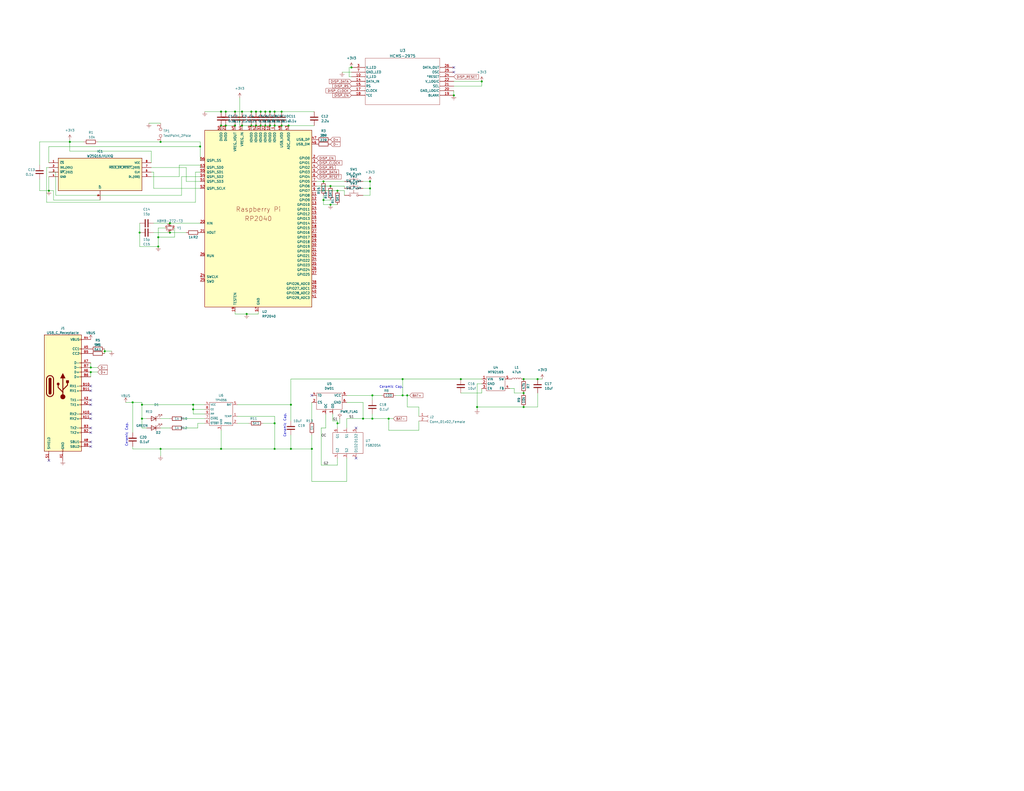
<source format=kicad_sch>
(kicad_sch (version 20211123) (generator eeschema)
  (paper "C")
  (lib_symbols
    (symbol "Connector:Conn_01x02_Female" (pin_names (offset 1.016) hide)
      (property "Reference" "J" (at 0 2.54 0))
      (property "Value" "Conn_01x02_Female" (at 0 -5.08 0))
      (symbol "Conn_01x02_Female_1_1"
        (pin passive line (at -5.08 0 0) (length 3.81) (name "Pin_1") (number "1"))
        (pin passive line (at -5.08 -2.54 0) (length 3.81) (name "Pin_2") (number "2"))
      )
    )
    (symbol "Connector:TestPoint_2Pole" (pin_names (offset 0.762) hide)
      (property "Reference" "TP" (at 0 1.524 0))
      (property "Value" "TestPoint_2Pole" (at 0 -1.778 0))
      (symbol "TestPoint_2Pole_0_1"
        (pin passive line (at -5.08 0 0) (length 2.54) (name "1") (number "1"))
        (pin passive line (at 5.08 0 180) (length 2.54) (name "2") (number "2"))
      )
    )
    (symbol "Connector:USB_C_Receptacle" (pin_names (offset 1.016))
      (property "Reference" "J" (at -10.16 29.21 0))
      (property "Value" "USB_C_Receptacle" (at 10.16 29.21 0))
      (symbol "USB_C_Receptacle_1_1"
        (pin passive line (at 0 -40.64 90) (length 5.08) (name "GND") (number "A1"))
        (pin bidirectional line (at 15.24 -15.24 180) (length 5.08) (name "RX2-") (number "A10"))
        (pin bidirectional line (at 15.24 -17.78 180) (length 5.08) (name "RX2+") (number "A11"))
        (pin passive line (at 0 -40.64 90) (length 5.08) hide (name "GND") (number "A12"))
        (pin bidirectional line (at 15.24 -10.16 180) (length 5.08) (name "TX1+") (number "A2"))
        (pin bidirectional line (at 15.24 -7.62 180) (length 5.08) (name "TX1-") (number "A3"))
        (pin passive line (at 15.24 25.4 180) (length 5.08) (name "VBUS") (number "A4"))
        (pin bidirectional line (at 15.24 20.32 180) (length 5.08) (name "CC1") (number "A5"))
        (pin bidirectional line (at 15.24 7.62 180) (length 5.08) (name "D+") (number "A6"))
        (pin bidirectional line (at 15.24 12.7 180) (length 5.08) (name "D-") (number "A7"))
        (pin bidirectional line (at 15.24 -30.48 180) (length 5.08) (name "SBU1") (number "A8"))
        (pin passive line (at 15.24 25.4 180) (length 5.08) hide (name "VBUS") (number "A9"))
        (pin passive line (at 0 -40.64 90) (length 5.08) hide (name "GND") (number "B1"))
        (pin bidirectional line (at 15.24 0 180) (length 5.08) (name "RX1-") (number "B10"))
        (pin bidirectional line (at 15.24 -2.54 180) (length 5.08) (name "RX1+") (number "B11"))
        (pin passive line (at 0 -40.64 90) (length 5.08) hide (name "GND") (number "B12"))
        (pin bidirectional line (at 15.24 -25.4 180) (length 5.08) (name "TX2+") (number "B2"))
        (pin bidirectional line (at 15.24 -22.86 180) (length 5.08) (name "TX2-") (number "B3"))
        (pin passive line (at 15.24 25.4 180) (length 5.08) hide (name "VBUS") (number "B4"))
        (pin bidirectional line (at 15.24 17.78 180) (length 5.08) (name "CC2") (number "B5"))
        (pin bidirectional line (at 15.24 5.08 180) (length 5.08) (name "D+") (number "B6"))
        (pin bidirectional line (at 15.24 10.16 180) (length 5.08) (name "D-") (number "B7"))
        (pin bidirectional line (at 15.24 -33.02 180) (length 5.08) (name "SBU2") (number "B8"))
        (pin passive line (at 15.24 25.4 180) (length 5.08) hide (name "VBUS") (number "B9"))
        (pin passive line (at -7.62 -40.64 90) (length 5.08) (name "SHIELD") (number "S1"))
      )
    )
    (symbol "Converter_DCDC:MT92165"
      (property "Reference" "U2" (at 1.27 8.89 0))
      (property "Value" "MT92165" (at 1.27 6.35 0))
      (symbol "MT92165_1_1"
        (pin input line (at -6.35 2.54 0) (length 2.54) (name "VIN") (number "1"))
        (pin input line (at -6.35 0 0) (length 2.54) (name "GND") (number "2"))
        (pin input line (at -6.35 -2.54 0) (length 2.54) (name "EN") (number "3"))
        (pin input line (at 8.89 -2.54 180) (length 2.54) (name "FB") (number "4"))
        (pin output line (at 8.89 2.54 180) (length 2.54) (name "SW") (number "5"))
      )
    )
    (symbol "Device:C" (pin_numbers hide) (pin_names (offset 0.254))
      (property "Reference" "C" (at 0.635 2.54 0))
      (property "Value" "C" (at 0.635 -2.54 0))
      (symbol "C_1_1"
        (pin passive line (at 0 3.81 270) (length 2.794) (name "~") (number "1"))
        (pin passive line (at 0 -3.81 90) (length 2.794) (name "~") (number "2"))
      )
    )
    (symbol "Device:Crystal_GND24_Small" (pin_names (offset 1.016) hide)
      (property "Reference" "Y" (at 1.27 4.445 0))
      (property "Value" "Crystal_GND24_Small" (at 1.27 2.54 0))
      (symbol "Crystal_GND24_Small_1_1"
        (pin passive line (at -2.54 0 0) (length 1.27) (name "1") (number "1"))
        (pin passive line (at 0 -2.54 90) (length 0.635) (name "2") (number "2"))
        (pin passive line (at 2.54 0 180) (length 1.27) (name "3") (number "3"))
        (pin passive line (at 0 2.54 270) (length 0.635) (name "4") (number "4"))
      )
    )
    (symbol "Device:L" (pin_numbers hide) (pin_names (offset 1.016) hide)
      (property "Reference" "L" (at -1.27 0 90))
      (property "Value" "L" (at 1.905 0 90))
      (symbol "L_1_1"
        (pin passive line (at 0 3.81 270) (length 1.27) (name "1") (number "1"))
        (pin passive line (at 0 -3.81 90) (length 1.27) (name "2") (number "2"))
      )
    )
    (symbol "Device:LED" (pin_numbers hide) (pin_names (offset 1.016) hide)
      (property "Reference" "D" (at 0 2.54 0))
      (property "Value" "LED" (at 0 -2.54 0))
      (symbol "LED_1_1"
        (pin passive line (at -3.81 0 0) (length 2.54) (name "K") (number "1"))
        (pin passive line (at 3.81 0 180) (length 2.54) (name "A") (number "2"))
      )
    )
    (symbol "Device:R" (pin_numbers hide) (pin_names (offset 0))
      (property "Reference" "R" (at 2.032 0 90))
      (property "Value" "R" (at 0 0 90))
      (symbol "R_1_1"
        (pin passive line (at 0 3.81 270) (length 1.27) (name "~") (number "1"))
        (pin passive line (at 0 -3.81 90) (length 1.27) (name "~") (number "2"))
      )
    )
    (symbol "Display_Character:HCMS-2975" (pin_names (offset 0.254))
      (property "Reference" "U" (at 27.94 10.16 0))
      (property "Value" "HCMS-2975" (at 27.94 7.62 0))
      (symbol "HCMS-2975_0_1"
        (pin power_in line (at 0 -5.08 0) (length 7.62) (name "V_LED") (number "10"))
        (pin input line (at 0 -7.62 0) (length 7.62) (name "DATA_IN") (number "14"))
        (pin unspecified line (at 0 -10.16 0) (length 7.62) (name "RS") (number "15"))
        (pin input line (at 0 -12.7 0) (length 7.62) (name "CLOCK") (number "17"))
        (pin input line (at 0 -15.24 0) (length 7.62) (name "*CE") (number "18"))
        (pin unspecified line (at 55.88 -15.24 180) (length 7.62) (name "BLANK") (number "19"))
        (pin power_out line (at 55.88 -12.7 180) (length 7.62) (name "GND_LOGIC") (number "20"))
        (pin unspecified line (at 55.88 -10.16 180) (length 7.62) (name "SEL") (number "21"))
        (pin power_in line (at 55.88 -7.62 180) (length 7.62) (name "V_LOGIC") (number "22"))
        (pin unspecified line (at 55.88 -5.08 180) (length 7.62) (name "*RESET") (number "24"))
        (pin output line (at 55.88 -2.54 180) (length 7.62) (name "OSC") (number "25"))
        (pin output line (at 55.88 0 180) (length 7.62) (name "DATA_OUT") (number "26"))
        (pin power_in line (at 0 0 0) (length 7.62) (name "V_LED") (number "3"))
        (pin power_out line (at 0 -2.54 0) (length 7.62) (name "GND_LED") (number "7"))
      )
    )
    (symbol "MCU_RP_sym:RP2040" (pin_names (offset 1.016))
      (property "Reference" "U" (at -29.21 49.53 0))
      (property "Value" "RP2040" (at 24.13 -49.53 0))
      (symbol "RP2040_0_0"
        (text "Raspberry Pi" (at 0 5.08 0) (effects (font (size 2.54 2.54))))
        (text "RP2040" (at 0 0 0) (effects (font (size 2.54 2.54))))
      )
      (symbol "RP2040_1_1"
        (pin power_in line (at 8.89 50.8 270) (length 2.54) (name "IOVDD") (number "1"))
        (pin power_in line (at 6.35 50.8 270) (length 2.54) (name "IOVDD") (number "10"))
        (pin bidirectional line (at 31.75 12.7 180) (length 2.54) (name "GPIO8") (number "11"))
        (pin bidirectional line (at 31.75 10.16 180) (length 2.54) (name "GPIO9") (number "12"))
        (pin bidirectional line (at 31.75 7.62 180) (length 2.54) (name "GPIO10") (number "13"))
        (pin bidirectional line (at 31.75 5.08 180) (length 2.54) (name "GPIO11") (number "14"))
        (pin bidirectional line (at 31.75 2.54 180) (length 2.54) (name "GPIO12") (number "15"))
        (pin bidirectional line (at 31.75 0 180) (length 2.54) (name "GPIO13") (number "16"))
        (pin bidirectional line (at 31.75 -2.54 180) (length 2.54) (name "GPIO14") (number "17"))
        (pin bidirectional line (at 31.75 -5.08 180) (length 2.54) (name "GPIO15") (number "18"))
        (pin passive line (at -12.7 -50.8 90) (length 2.54) (name "TESTEN") (number "19"))
        (pin bidirectional line (at 31.75 33.02 180) (length 2.54) (name "GPIO0") (number "2"))
        (pin input line (at -31.75 -2.54 0) (length 2.54) (name "XIN") (number "20"))
        (pin passive line (at -31.75 -7.62 0) (length 2.54) (name "XOUT") (number "21"))
        (pin power_in line (at 3.81 50.8 270) (length 2.54) (name "IOVDD") (number "22"))
        (pin power_in line (at -17.78 50.8 270) (length 2.54) (name "DVDD") (number "23"))
        (pin output line (at -31.75 -31.75 0) (length 2.54) (name "SWCLK") (number "24"))
        (pin bidirectional line (at -31.75 -34.29 0) (length 2.54) (name "SWD") (number "25"))
        (pin input line (at -31.75 -20.32 0) (length 2.54) (name "RUN") (number "26"))
        (pin bidirectional line (at 31.75 -7.62 180) (length 2.54) (name "GPIO16") (number "27"))
        (pin bidirectional line (at 31.75 -10.16 180) (length 2.54) (name "GPIO17") (number "28"))
        (pin bidirectional line (at 31.75 -12.7 180) (length 2.54) (name "GPIO18") (number "29"))
        (pin bidirectional line (at 31.75 30.48 180) (length 2.54) (name "GPIO1") (number "3"))
        (pin bidirectional line (at 31.75 -15.24 180) (length 2.54) (name "GPIO19") (number "30"))
        (pin bidirectional line (at 31.75 -17.78 180) (length 2.54) (name "GPIO20") (number "31"))
        (pin bidirectional line (at 31.75 -20.32 180) (length 2.54) (name "GPIO21") (number "32"))
        (pin power_in line (at 1.27 50.8 270) (length 2.54) (name "IOVDD") (number "33"))
        (pin bidirectional line (at 31.75 -22.86 180) (length 2.54) (name "GPIO22") (number "34"))
        (pin bidirectional line (at 31.75 -25.4 180) (length 2.54) (name "GPIO23") (number "35"))
        (pin bidirectional line (at 31.75 -27.94 180) (length 2.54) (name "GPIO24") (number "36"))
        (pin bidirectional line (at 31.75 -30.48 180) (length 2.54) (name "GPIO25") (number "37"))
        (pin bidirectional line (at 31.75 -35.56 180) (length 2.54) (name "GPIO26_ADC0") (number "38"))
        (pin bidirectional line (at 31.75 -38.1 180) (length 2.54) (name "GPIO27_ADC1") (number "39"))
        (pin bidirectional line (at 31.75 27.94 180) (length 2.54) (name "GPIO2") (number "4"))
        (pin bidirectional line (at 31.75 -40.64 180) (length 2.54) (name "GPIO28_ADC2") (number "40"))
        (pin bidirectional line (at 31.75 -43.18 180) (length 2.54) (name "GPIO29_ADC3") (number "41"))
        (pin power_in line (at -1.27 50.8 270) (length 2.54) (name "IOVDD") (number "42"))
        (pin power_in line (at 16.51 50.8 270) (length 2.54) (name "ADC_AVDD") (number "43"))
        (pin power_in line (at -8.89 50.8 270) (length 2.54) (name "VREG_IN") (number "44"))
        (pin power_out line (at -12.7 50.8 270) (length 2.54) (name "VREG_VOUT") (number "45"))
        (pin bidirectional line (at 31.75 40.64 180) (length 2.54) (name "USB_DM") (number "46"))
        (pin bidirectional line (at 31.75 43.18 180) (length 2.54) (name "USB_DP") (number "47"))
        (pin power_in line (at 12.7 50.8 270) (length 2.54) (name "USB_VDD") (number "48"))
        (pin power_in line (at -3.81 50.8 270) (length 2.54) (name "IOVDD") (number "49"))
        (pin bidirectional line (at 31.75 25.4 180) (length 2.54) (name "GPIO3") (number "5"))
        (pin power_in line (at -20.32 50.8 270) (length 2.54) (name "DVDD") (number "50"))
        (pin bidirectional line (at -31.75 20.32 0) (length 2.54) (name "QSPI_SD3") (number "51"))
        (pin output line (at -31.75 16.51 0) (length 2.54) (name "QSPI_SCLK") (number "52"))
        (pin bidirectional line (at -31.75 27.94 0) (length 2.54) (name "QSPI_SD0") (number "53"))
        (pin bidirectional line (at -31.75 22.86 0) (length 2.54) (name "QSPI_SD2") (number "54"))
        (pin bidirectional line (at -31.75 25.4 0) (length 2.54) (name "QSPI_SD1") (number "55"))
        (pin bidirectional line (at -31.75 31.75 0) (length 2.54) (name "QSPI_SS") (number "56"))
        (pin power_in line (at 0 -50.8 90) (length 2.54) (name "GND") (number "57"))
        (pin bidirectional line (at 31.75 22.86 180) (length 2.54) (name "GPIO4") (number "6"))
        (pin bidirectional line (at 31.75 20.32 180) (length 2.54) (name "GPIO5") (number "7"))
        (pin bidirectional line (at 31.75 17.78 180) (length 2.54) (name "GPIO6") (number "8"))
        (pin bidirectional line (at 31.75 15.24 180) (length 2.54) (name "GPIO7") (number "9"))
      )
    )
    (symbol "Memory_Flash:W25Q16JVUXIQ" (pin_names (offset 1.016))
      (property "Reference" "IC" (at 21.59 8.89 0))
      (property "Value" "W25Q16JVUXIQ" (at 21.59 6.35 0))
      (symbol "W25Q16JVUXIQ_0_0"
        (pin bidirectional line (at 0 0 0) (length 5.08) (name "~{CS}") (number "1"))
        (pin bidirectional line (at 0 -2.54 0) (length 5.08) (name "DO_(IO1)") (number "2"))
        (pin bidirectional line (at 0 -5.08 0) (length 5.08) (name "~{WP_}(IO2)") (number "3"))
        (pin bidirectional line (at 0 -7.62 0) (length 5.08) (name "GND") (number "4"))
        (pin bidirectional line (at 55.88 -7.62 180) (length 5.08) (name "DI_(IO0)") (number "5"))
        (pin bidirectional line (at 55.88 -5.08 180) (length 5.08) (name "CLK") (number "6"))
        (pin bidirectional line (at 55.88 -2.54 180) (length 5.08) (name "~{HOLD_OR_RESET_}(IO3)") (number "7"))
        (pin bidirectional line (at 55.88 0 180) (length 5.08) (name "VCC") (number "8"))
        (pin bidirectional line (at 27.94 -20.32 90) (length 5.08) (name "EP") (number "9"))
      )
    )
    (symbol "Switch:SW_Push" (pin_numbers hide) (pin_names (offset 1.016) hide)
      (property "Reference" "SW" (at 1.27 2.54 0))
      (property "Value" "SW_Push" (at 0 -1.524 0))
      (symbol "SW_Push_0_1"
        (pin passive line (at -5.08 0 0) (length 2.54) (name "1") (number "1"))
        (pin passive line (at 5.08 0 180) (length 2.54) (name "2") (number "2"))
      )
    )
    (symbol "dw01:DW01"
      (property "Reference" "U" (at 1.27 10.16 0))
      (property "Value" "DW01" (at 11.43 10.16 0))
      (symbol "DW01_1_1"
        (pin input line (at 8.89 -2.54 90) (length 2.54) (name "OD") (number "1"))
        (pin input line (at -2.54 3.81 0) (length 2.54) (name "CS") (number "2"))
        (pin input line (at 5.08 -2.54 90) (length 2.54) (name "OC") (number "3"))
        (pin input line (at -2.54 7.62 0) (length 2.54) (name "TD") (number "4"))
        (pin input line (at 16.51 7.62 180) (length 2.54) (name "VCC") (number "5"))
        (pin input line (at 16.51 3.81 180) (length 2.54) (name "GND") (number "6"))
      )
    )
    (symbol "fs8205:FS8205A"
      (property "Reference" "U" (at 1.27 5.08 0))
      (property "Value" "FS8205A" (at -1.27 8.89 90))
      (symbol "FS8205A_1_1"
        (pin input line (at 7.62 13.97 270) (length 2.54) (name "S1") (number "1"))
        (pin input line (at 12.7 -2.54 90) (length 2.54) (name "D1D2") (number "2"))
        (pin input line (at 7.62 -2.54 90) (length 2.54) (name "S2") (number "3"))
        (pin input line (at 2.54 -2.54 90) (length 2.54) (name "G2") (number "4"))
        (pin input line (at 12.7 13.97 270) (length 2.54) (name "D1D2") (number "5"))
        (pin input line (at 2.54 13.97 270) (length 2.54) (name "G1") (number "6"))
      )
    )
    (symbol "power:+3.3V" (power) (pin_names (offset 0))
      (property "Value" "+3.3V" (at 0 3.556 0))
      (symbol "+3.3V_1_1"
        (pin power_in line (at 0 0 90) (length 0) hide (name "+3V3") (number "1"))
      )
    )
    (symbol "power:+3V3" (power) (pin_names (offset 0))
      (property "Value" "+3V3" (at 0 3.556 0))
      (symbol "+3V3_1_1"
        (pin power_in line (at 0 0 90) (length 0) hide (name "+3V3") (number "1"))
      )
    )
    (symbol "power:Earth" (power) (pin_names (offset 0))
      (symbol "Earth_1_1"
        (pin power_in line (at 0 0 270) (length 0) hide (name "Earth") (number "1"))
      )
    )
    (symbol "power:PWR_FLAG" (power) (pin_numbers hide) (pin_names (offset 0) hide)
      (property "Value" "PWR_FLAG" (at 0 3.81 0))
      (symbol "PWR_FLAG_0_0"
        (pin power_out line (at 0 0 90) (length 0) (name "pwr") (number "1"))
      )
    )
    (symbol "power:VBUS" (power) (pin_names (offset 0))
      (property "Value" "VBUS" (at 0 3.81 0))
      (symbol "VBUS_1_1"
        (pin power_in line (at 0 0 90) (length 0) hide (name "VBUS") (number "1"))
      )
    )
    (symbol "tp4056:TP4056"
      (property "Reference" "U" (at 1.27 13.97 0))
      (property "Value" "TP4056" (at 8.89 13.97 0))
      (symbol "TP4056_1_1"
        (pin input line (at 15.24 5.08 180) (length 2.54) (name "TEMP") (number "1"))
        (pin input line (at 15.24 1.27 180) (length 2.54) (name "PROG") (number "2"))
        (pin input line (at 6.35 -2.54 90) (length 2.54) (name "GND") (number "3"))
        (pin input line (at -2.54 11.43 0) (length 2.54) (name "VCC") (number "4"))
        (pin input line (at 15.24 11.43 180) (length 2.54) (name "BAT") (number "5"))
        (pin input line (at -2.54 1.27 0) (length 2.54) (name "~{STDBY}") (number "6"))
        (pin input line (at -2.54 3.81 0) (length 2.54) (name "~{CHRG}") (number "7"))
        (pin input line (at -2.54 8.89 0) (length 2.54) (name "CE") (number "8"))
        (pin input line (at -2.54 6.35 0) (length 2.54) (name "PP") (number "9"))
      )
    )
  )
  (junction (at 86.36 129.54))
  (junction (at 149.86 245.11))
  (junction (at 132.08 60.96))
  (junction (at 77.47 220.98))
  (junction (at 222.25 215.9))
  (junction (at 191.77 36.83))
  (junction (at 142.24 68.58))
  (junction (at 176.53 99.06))
  (junction (at 176.53 109.22))
  (junction (at 38.1 77.47))
  (junction (at 285.75 207.01))
  (junction (at 147.32 68.58))
  (junction (at 77.47 228.6))
  (junction (at 26.67 104.14))
  (junction (at 76.2 127))
  (junction (at 247.65 52.07))
  (junction (at 134.62 171.45))
  (junction (at 144.78 60.96))
  (junction (at 201.93 99.06))
  (junction (at 128.27 68.58))
  (junction (at 153.67 60.96))
  (junction (at 120.65 68.58))
  (junction (at 123.19 68.58))
  (junction (at 212.09 228.6))
  (junction (at 170.18 245.11))
  (junction (at 158.75 245.11))
  (junction (at 219.71 215.9))
  (junction (at 109.22 80.01))
  (junction (at 87.63 245.11))
  (junction (at 285.75 214.63))
  (junction (at 203.2 215.9))
  (junction (at 285.75 222.25))
  (junction (at 142.24 60.96))
  (junction (at 92.71 127))
  (junction (at 49.53 200.66))
  (junction (at 105.41 223.52))
  (junction (at 149.86 231.14))
  (junction (at 92.71 121.92))
  (junction (at 293.37 207.01))
  (junction (at 128.27 60.96))
  (junction (at 184.15 104.14))
  (junction (at 149.86 68.58))
  (junction (at 153.67 68.58))
  (junction (at 144.78 68.58))
  (junction (at 132.08 68.58))
  (junction (at 139.7 68.58))
  (junction (at 72.39 219.71))
  (junction (at 123.19 60.96))
  (junction (at 105.41 220.98))
  (junction (at 137.16 60.96))
  (junction (at 149.86 60.96))
  (junction (at 184.15 231.14))
  (junction (at 251.46 207.01))
  (junction (at 57.15 191.77))
  (junction (at 139.7 60.96))
  (junction (at 120.65 245.11))
  (junction (at 198.12 228.6))
  (junction (at 201.93 102.87))
  (junction (at 158.75 220.98))
  (junction (at 120.65 60.96))
  (junction (at 203.2 228.6))
  (junction (at 157.48 68.58))
  (junction (at 86.36 134.62))
  (junction (at 49.53 203.2))
  (junction (at 219.71 207.01))
  (junction (at 180.34 101.6))
  (junction (at 137.16 68.58))
  (junction (at 87.63 77.47))
  (junction (at 180.34 111.76))
  (junction (at 147.32 60.96))
  (junction (at 262.89 44.45))
  (junction (at 260.35 222.25))
  (no_connect (at 194.31 250.19))
  (no_connect (at 194.31 233.68))
  (no_connect (at 170.18 215.9))
  (no_connect (at 49.53 218.44))
  (no_connect (at 49.53 213.36))
  (no_connect (at 49.53 210.82))
  (no_connect (at 49.53 243.84))
  (no_connect (at 49.53 233.68))
  (no_connect (at 49.53 241.3))
  (no_connect (at 49.53 236.22))
  (no_connect (at 49.53 220.98))
  (no_connect (at 49.53 226.06))
  (no_connect (at 49.53 228.6))
  (no_connect (at 26.67 251.46))
  (no_connect (at 247.65 36.83))
  (no_connect (at 247.65 39.37))
  (wire (pts (xy 158.75 207.01) (xy 158.75 220.98)))
  (wire (pts (xy 184.15 254) (xy 184.15 250.19)))
  (wire (pts (xy 25.4 91.44) (xy 25.4 110.49)))
  (wire (pts (xy 90.17 124.46) (xy 86.36 124.46)))
  (wire (pts (xy 99.06 96.52) (xy 99.06 106.68)))
  (wire (pts (xy 111.76 226.06) (xy 105.41 226.06)))
  (wire (pts (xy 212.09 228.6) (xy 212.09 234.95)))
  (wire (pts (xy 137.16 68.58) (xy 139.7 68.58)))
  (wire (pts (xy 198.12 102.87) (xy 201.93 102.87)))
  (wire (pts (xy 187.96 99.06) (xy 176.53 99.06)))
  (wire (pts (xy 177.8 233.68) (xy 175.26 233.68)))
  (wire (pts (xy 262.89 214.63) (xy 262.89 212.09)))
  (wire (pts (xy 260.35 209.55) (xy 260.35 222.25)))
  (wire (pts (xy 82.55 82.55) (xy 38.1 82.55)))
  (wire (pts (xy 97.79 96.52) (xy 97.79 90.17)))
  (wire (pts (xy 83.82 102.87) (xy 109.22 102.87)))
  (wire (pts (xy 147.32 60.96) (xy 149.86 60.96)))
  (wire (pts (xy 101.6 91.44) (xy 101.6 99.06)))
  (wire (pts (xy 158.75 220.98) (xy 158.75 229.87)))
  (wire (pts (xy 106.68 110.49) (xy 106.68 93.98)))
  (wire (pts (xy 184.15 229.87) (xy 184.15 231.14)))
  (wire (pts (xy 132.08 68.58) (xy 137.16 68.58)))
  (wire (pts (xy 293.37 214.63) (xy 293.37 222.25)))
  (wire (pts (xy 77.47 220.98) (xy 105.41 220.98)))
  (wire (pts (xy 128.27 170.18) (xy 128.27 171.45)))
  (wire (pts (xy 190.5 41.91) (xy 190.5 36.83)))
  (wire (pts (xy 201.93 106.68) (xy 201.93 102.87)))
  (wire (pts (xy 68.58 219.71) (xy 72.39 219.71)))
  (wire (pts (xy 149.86 245.11) (xy 158.75 245.11)))
  (wire (pts (xy 170.18 237.49) (xy 170.18 245.11)))
  (wire (pts (xy 120.65 68.58) (xy 123.19 68.58)))
  (wire (pts (xy 86.36 134.62) (xy 86.36 129.54)))
  (wire (pts (xy 280.67 214.63) (xy 285.75 214.63)))
  (wire (pts (xy 30.48 106.68) (xy 30.48 93.98)))
  (wire (pts (xy 222.25 222.25) (xy 228.6 222.25)))
  (wire (pts (xy 285.75 207.01) (xy 293.37 207.01)))
  (wire (pts (xy 158.75 207.01) (xy 219.71 207.01)))
  (wire (pts (xy 186.69 39.37) (xy 191.77 39.37)))
  (wire (pts (xy 149.86 60.96) (xy 153.67 60.96)))
  (wire (pts (xy 87.63 233.68) (xy 92.71 233.68)))
  (wire (pts (xy 219.71 207.01) (xy 251.46 207.01)))
  (wire (pts (xy 77.47 228.6) (xy 80.01 228.6)))
  (wire (pts (xy 86.36 124.46) (xy 86.36 129.54)))
  (wire (pts (xy 105.41 223.52) (xy 111.76 223.52)))
  (wire (pts (xy 187.96 104.14) (xy 187.96 106.68)))
  (wire (pts (xy 247.65 49.53) (xy 247.65 52.07)))
  (wire (pts (xy 262.89 46.99) (xy 262.89 44.45)))
  (wire (pts (xy 129.54 220.98) (xy 158.75 220.98)))
  (wire (pts (xy 172.72 101.6) (xy 180.34 101.6)))
  (wire (pts (xy 76.2 121.92) (xy 76.2 127)))
  (wire (pts (xy 158.75 237.49) (xy 158.75 245.11)))
  (wire (pts (xy 38.1 76.2) (xy 38.1 77.47)))
  (wire (pts (xy 132.08 60.96) (xy 137.16 60.96)))
  (wire (pts (xy 95.25 124.46) (xy 95.25 129.54)))
  (wire (pts (xy 176.53 111.76) (xy 176.53 109.22)))
  (wire (pts (xy 57.15 191.77) (xy 60.96 191.77)))
  (wire (pts (xy 107.95 231.14) (xy 107.95 233.68)))
  (wire (pts (xy 26.67 96.52) (xy 26.67 104.14)))
  (wire (pts (xy 129.54 231.14) (xy 135.89 231.14)))
  (wire (pts (xy 100.33 228.6) (xy 111.76 228.6)))
  (wire (pts (xy 201.93 102.87) (xy 201.93 99.06)))
  (wire (pts (xy 53.34 203.2) (xy 49.53 203.2)))
  (wire (pts (xy 57.15 193.04) (xy 57.15 191.77)))
  (wire (pts (xy 87.63 245.11) (xy 87.63 248.92)))
  (wire (pts (xy 106.68 93.98) (xy 109.22 93.98)))
  (wire (pts (xy 99.06 106.68) (xy 30.48 106.68)))
  (wire (pts (xy 212.09 228.6) (xy 214.63 228.6)))
  (wire (pts (xy 212.09 234.95) (xy 228.6 234.95)))
  (wire (pts (xy 180.34 101.6) (xy 187.96 101.6)))
  (wire (pts (xy 187.96 101.6) (xy 187.96 102.87)))
  (wire (pts (xy 260.35 222.25) (xy 260.35 223.52)))
  (wire (pts (xy 184.15 231.14) (xy 184.15 233.68)))
  (wire (pts (xy 280.67 212.09) (xy 280.67 214.63)))
  (wire (pts (xy 95.25 129.54) (xy 86.36 129.54)))
  (wire (pts (xy 176.53 109.22) (xy 180.34 109.22)))
  (wire (pts (xy 72.39 219.71) (xy 77.47 219.71)))
  (wire (pts (xy 77.47 228.6) (xy 77.47 220.98)))
  (wire (pts (xy 105.41 220.98) (xy 105.41 223.52)))
  (wire (pts (xy 144.78 60.96) (xy 147.32 60.96)))
  (wire (pts (xy 54.61 109.22) (xy 29.21 109.22)))
  (wire (pts (xy 101.6 99.06) (xy 109.22 99.06)))
  (wire (pts (xy 143.51 231.14) (xy 149.86 231.14)))
  (wire (pts (xy 83.82 93.98) (xy 83.82 102.87)))
  (wire (pts (xy 184.15 111.76) (xy 180.34 111.76)))
  (wire (pts (xy 123.19 60.96) (xy 128.27 60.96)))
  (wire (pts (xy 180.34 111.76) (xy 176.53 111.76)))
  (wire (pts (xy 215.9 215.9) (xy 219.71 215.9)))
  (wire (pts (xy 247.65 46.99) (xy 262.89 46.99)))
  (wire (pts (xy 158.75 245.11) (xy 170.18 245.11)))
  (wire (pts (xy 149.86 227.33) (xy 149.86 231.14)))
  (wire (pts (xy 181.61 229.87) (xy 184.15 229.87)))
  (wire (pts (xy 49.53 198.12) (xy 49.53 200.66)))
  (wire (pts (xy 87.63 228.6) (xy 92.71 228.6)))
  (wire (pts (xy 198.12 228.6) (xy 203.2 228.6)))
  (wire (pts (xy 29.21 109.22) (xy 29.21 104.14)))
  (wire (pts (xy 45.72 77.47) (xy 38.1 77.47)))
  (wire (pts (xy 80.01 233.68) (xy 77.47 233.68)))
  (wire (pts (xy 76.2 134.62) (xy 86.36 134.62)))
  (wire (pts (xy 128.27 60.96) (xy 132.08 60.96)))
  (wire (pts (xy 82.55 96.52) (xy 97.79 96.52)))
  (wire (pts (xy 198.12 99.06) (xy 201.93 99.06)))
  (wire (pts (xy 53.34 200.66) (xy 49.53 200.66)))
  (wire (pts (xy 191.77 41.91) (xy 190.5 41.91)))
  (wire (pts (xy 57.15 190.5) (xy 57.15 191.77)))
  (wire (pts (xy 189.23 228.6) (xy 198.12 228.6)))
  (wire (pts (xy 29.21 104.14) (xy 26.67 104.14)))
  (wire (pts (xy 139.7 68.58) (xy 142.24 68.58)))
  (wire (pts (xy 21.59 97.79) (xy 21.59 104.14)))
  (wire (pts (xy 181.61 226.06) (xy 181.61 229.87)))
  (wire (pts (xy 198.12 106.68) (xy 201.93 106.68)))
  (wire (pts (xy 222.25 215.9) (xy 222.25 222.25)))
  (wire (pts (xy 26.67 91.44) (xy 25.4 91.44)))
  (wire (pts (xy 260.35 222.25) (xy 285.75 222.25)))
  (wire (pts (xy 198.12 219.71) (xy 198.12 228.6)))
  (wire (pts (xy 189.23 233.68) (xy 189.23 228.6)))
  (wire (pts (xy 170.18 219.71) (xy 170.18 229.87)))
  (wire (pts (xy 147.32 68.58) (xy 149.86 68.58)))
  (wire (pts (xy 21.59 104.14) (xy 26.67 104.14)))
  (wire (pts (xy 21.59 77.47) (xy 38.1 77.47)))
  (wire (pts (xy 72.39 245.11) (xy 87.63 245.11)))
  (wire (pts (xy 228.6 222.25) (xy 228.6 227.33)))
  (wire (pts (xy 219.71 215.9) (xy 222.25 215.9)))
  (wire (pts (xy 123.19 68.58) (xy 128.27 68.58)))
  (wire (pts (xy 189.23 250.19) (xy 189.23 262.89)))
  (wire (pts (xy 203.2 215.9) (xy 208.28 215.9)))
  (wire (pts (xy 228.6 234.95) (xy 228.6 229.87)))
  (wire (pts (xy 87.63 77.47) (xy 109.22 77.47)))
  (wire (pts (xy 92.71 121.92) (xy 109.22 121.92)))
  (wire (pts (xy 190.5 36.83) (xy 191.77 36.83)))
  (wire (pts (xy 97.79 90.17) (xy 109.22 90.17)))
  (wire (pts (xy 176.53 99.06) (xy 172.72 99.06)))
  (wire (pts (xy 176.53 109.22) (xy 176.53 106.68)))
  (wire (pts (xy 72.39 243.84) (xy 72.39 245.11)))
  (wire (pts (xy 111.76 60.96) (xy 120.65 60.96)))
  (wire (pts (xy 83.82 127) (xy 92.71 127)))
  (wire (pts (xy 38.1 82.55) (xy 38.1 77.47)))
  (wire (pts (xy 109.22 90.17) (xy 109.22 91.44)))
  (wire (pts (xy 109.22 77.47) (xy 109.22 80.01)))
  (wire (pts (xy 105.41 223.52) (xy 105.41 226.06)))
  (wire (pts (xy 105.41 220.98) (xy 111.76 220.98)))
  (wire (pts (xy 153.67 68.58) (xy 157.48 68.58)))
  (wire (pts (xy 109.22 96.52) (xy 99.06 96.52)))
  (wire (pts (xy 170.18 262.89) (xy 189.23 262.89)))
  (wire (pts (xy 185.42 231.14) (xy 184.15 231.14)))
  (wire (pts (xy 92.71 127) (xy 101.6 127)))
  (wire (pts (xy 247.65 44.45) (xy 262.89 44.45)))
  (wire (pts (xy 120.65 60.96) (xy 123.19 60.96)))
  (wire (pts (xy 107.95 233.68) (xy 100.33 233.68)))
  (wire (pts (xy 153.67 60.96) (xy 171.45 60.96)))
  (wire (pts (xy 82.55 88.9) (xy 82.55 82.55)))
  (wire (pts (xy 203.2 228.6) (xy 212.09 228.6)))
  (wire (pts (xy 77.47 233.68) (xy 77.47 228.6)))
  (wire (pts (xy 251.46 214.63) (xy 262.89 214.63)))
  (wire (pts (xy 189.23 219.71) (xy 198.12 219.71)))
  (wire (pts (xy 219.71 207.01) (xy 219.71 215.9)))
  (wire (pts (xy 30.48 93.98) (xy 26.67 93.98)))
  (wire (pts (xy 120.65 234.95) (xy 120.65 245.11)))
  (wire (pts (xy 185.42 228.6) (xy 185.42 231.14)))
  (wire (pts (xy 189.23 215.9) (xy 203.2 215.9)))
  (wire (pts (xy 111.76 231.14) (xy 107.95 231.14)))
  (wire (pts (xy 251.46 207.01) (xy 262.89 207.01)))
  (wire (pts (xy 26.67 80.01) (xy 26.67 88.9)))
  (wire (pts (xy 83.82 121.92) (xy 92.71 121.92)))
  (wire (pts (xy 77.47 219.71) (xy 77.47 220.98)))
  (wire (pts (xy 109.22 80.01) (xy 109.22 87.63)))
  (wire (pts (xy 170.18 245.11) (xy 170.18 262.89)))
  (wire (pts (xy 72.39 219.71) (xy 72.39 236.22)))
  (wire (pts (xy 203.2 226.06) (xy 203.2 228.6)))
  (wire (pts (xy 129.54 227.33) (xy 149.86 227.33)))
  (wire (pts (xy 82.55 93.98) (xy 83.82 93.98)))
  (wire (pts (xy 172.72 104.14) (xy 184.15 104.14)))
  (wire (pts (xy 49.53 203.2) (xy 49.53 205.74)))
  (wire (pts (xy 157.48 68.58) (xy 171.45 68.58)))
  (wire (pts (xy 293.37 207.01) (xy 295.91 207.01)))
  (wire (pts (xy 293.37 222.25) (xy 285.75 222.25)))
  (wire (pts (xy 222.25 215.9) (xy 223.52 215.9)))
  (wire (pts (xy 82.55 91.44) (xy 101.6 91.44)))
  (wire (pts (xy 203.2 215.9) (xy 203.2 218.44)))
  (wire (pts (xy 149.86 68.58) (xy 153.67 68.58)))
  (wire (pts (xy 25.4 110.49) (xy 106.68 110.49)))
  (wire (pts (xy 175.26 233.68) (xy 175.26 254)))
  (wire (pts (xy 81.28 67.31) (xy 87.63 67.31)))
  (wire (pts (xy 262.89 209.55) (xy 260.35 209.55)))
  (wire (pts (xy 149.86 231.14) (xy 149.86 245.11)))
  (wire (pts (xy 278.13 212.09) (xy 280.67 212.09)))
  (wire (pts (xy 76.2 127) (xy 76.2 134.62)))
  (wire (pts (xy 128.27 171.45) (xy 134.62 171.45)))
  (wire (pts (xy 140.97 170.18) (xy 140.97 171.45)))
  (wire (pts (xy 134.62 171.45) (xy 140.97 171.45)))
  (wire (pts (xy 175.26 254) (xy 184.15 254)))
  (wire (pts (xy 139.7 60.96) (xy 142.24 60.96)))
  (wire (pts (xy 26.67 80.01) (xy 109.22 80.01)))
  (wire (pts (xy 130.81 68.58) (xy 132.08 68.58)))
  (wire (pts (xy 130.81 53.34) (xy 130.81 68.58)))
  (wire (pts (xy 53.34 77.47) (xy 87.63 77.47)))
  (wire (pts (xy 87.63 245.11) (xy 120.65 245.11)))
  (wire (pts (xy 144.78 68.58) (xy 147.32 68.58)))
  (wire (pts (xy 184.15 104.14) (xy 187.96 104.14)))
  (wire (pts (xy 120.65 245.11) (xy 149.86 245.11)))
  (wire (pts (xy 21.59 90.17) (xy 21.59 77.47)))
  (wire (pts (xy 177.8 226.06) (xy 177.8 233.68)))
  (wire (pts (xy 142.24 60.96) (xy 144.78 60.96)))
  (wire (pts (xy 142.24 68.58) (xy 144.78 68.58)))
  (wire (pts (xy 137.16 60.96) (xy 139.7 60.96)))
  (text "Ceramic Cap." (at 69.85 243.84 90) (effects (font (size 1.27 1.27)) (justify left bottom)))
  (text "Ceramic Cap." (at 156.21 238.76 90) (effects (font (size 1.27 1.27)) (justify left bottom)))
  (text "Ceramic Cap." (at 207.01 212.09 0) (effects (font (size 1.27 1.27)) (justify left bottom)))
  (label "OC" (at 175.26 238.76 0))
  (label "G1" (at 181.61 229.87 0))
  (label "G2" (at 176.53 254 0))
  (label "S1" (at 190.5 228.6 0))
  (global_label "D+" (shape input) (at 53.34 203.2 0) (property "Intersheet References" "${INTERSHEET_REFS}" (effects hide)))
  (global_label "D-" (shape input) (at 53.34 200.66 0) (property "Intersheet References" "${INTERSHEET_REFS}" (effects hide)))
  (global_label "DISP_RS" (shape input) (at 191.77 46.99 180) (property "Intersheet References" "${INTERSHEET_REFS}" (effects hide)))
  (global_label "DISP_DATA" (shape input) (at 191.77 44.45 180) (property "Intersheet References" "${INTERSHEET_REFS}" (effects hide)))
  (global_label "DISP_RESET" (shape input) (at 172.72 96.52 0) (property "Intersheet References" "${INTERSHEET_REFS}" (effects hide)))
  (global_label "D+" (shape input) (at 180.34 76.2 0) (property "Intersheet References" "${INTERSHEET_REFS}" (effects hide)))
  (global_label "DISP_EN" (shape input) (at 172.72 86.36 0) (property "Intersheet References" "${INTERSHEET_REFS}" (effects hide)))
  (global_label "DISP_CLOCK" (shape input) (at 172.72 88.9 0) (property "Intersheet References" "${INTERSHEET_REFS}" (effects hide)))
  (global_label "DISP_EN" (shape input) (at 191.77 52.07 180) (property "Intersheet References" "${INTERSHEET_REFS}" (effects hide)))
  (global_label "DISP_RS" (shape input) (at 172.72 91.44 0) (property "Intersheet References" "${INTERSHEET_REFS}" (effects hide)))
  (global_label "D-" (shape input) (at 180.34 78.74 0) (property "Intersheet References" "${INTERSHEET_REFS}" (effects hide)))
  (global_label "DISP_DATA" (shape input) (at 172.72 93.98 0) (property "Intersheet References" "${INTERSHEET_REFS}" (effects hide)))
  (global_label "BAT+" (shape input) (at 223.52 215.9 0) (property "Intersheet References" "${INTERSHEET_REFS}" (effects hide)))
  (global_label "DISP_CLOCK" (shape input) (at 191.77 49.53 180) (property "Intersheet References" "${INTERSHEET_REFS}" (effects hide)))
  (global_label "BAT-" (shape input) (at 214.63 228.6 0) (property "Intersheet References" "${INTERSHEET_REFS}" (effects hide)))
  (global_label "DISP_RESET" (shape input) (at 247.65 41.91 0) (property "Intersheet References" "${INTERSHEET_REFS}" (effects hide)))
  (symbol (lib_id "Device:R") (at 96.52 228.6 90) (unit 1)
    (property "Reference" "R10" (at 100.33 228.6 90))
    (property "Value" "1k" (at 96.52 228.6 90))
    (property "Footprint" "Resistor_SMD:R_0805_2012Metric" (effects hide))
  )
  (symbol (lib_id "power:Earth") (at 87.63 248.92 0) (unit 1)
    (property "Reference" "#PWR0107" (effects hide))
    (property "Value" "Earth" (effects hide))
  )
  (symbol (lib_id "power:VBUS") (at 49.53 185.42 0) (unit 1)
    (property "Reference" "#PWR0115" (effects hide))
    (property "Value" "VBUS" (at 49.53 181.8442 0))
  )
  (symbol (lib_id "tp4056:TP4056") (at 114.3 232.41 0) (unit 1)
    (property "Reference" "U6" (at 120.65 215.9 0))
    (property "Value" "TP4056" (at 120.65 218.44 0) (effects (font (size 1.1 1.1))))
    (property "Footprint" "Package_SO:SOIC-8-1EP_3.9x4.9mm_P1.27mm_EP2.29x3mm" (effects hide))
  )
  (symbol (lib_id "Device:R") (at 184.15 107.95 180) (unit 1)
    (property "Reference" "R17" (at 181.61 109.22 90))
    (property "Value" "5K1" (at 184.15 107.95 90))
    (property "Footprint" "Resistor_SMD:R_0805_2012Metric" (effects hide))
  )
  (symbol (lib_id "Device:R") (at 53.34 193.04 90) (unit 1)
    (property "Reference" "R6" (at 53.34 188.3242 90))
    (property "Value" "5K1" (at 53.34 190.8611 90))
    (property "Footprint" "Resistor_SMD:R_0805_2012Metric" (effects hide))
  )
  (symbol (lib_id "dw01:DW01") (at 172.72 223.52 0) (unit 1)
    (property "Reference" "U5" (at 179.705 209.55 0))
    (property "Value" "DW01" (at 179.705 212.09 0))
    (property "Footprint" "Package_TO_SOT_SMD:SOT-23-6_Handsoldering" (effects hide))
  )
  (symbol (lib_id "Device:R") (at 139.7 231.14 90) (unit 1)
    (property "Reference" "R11" (at 138.43 228.6 90))
    (property "Value" "5K1" (at 139.7 231.14 90))
    (property "Footprint" "Resistor_SMD:R_0805_2012Metric" (effects hide))
  )
  (symbol (lib_id "power:+3V3") (at 295.91 207.01 0) (unit 1)
    (property "Reference" "#PWR0110" (effects hide))
    (property "Value" "+3V3" (at 295.91 201.93 0))
  )
  (symbol (lib_id "Device:C") (at 158.75 233.68 0) (unit 1)
    (property "Reference" "C19" (at 162.56 232.4099 0) (effects (justify left)))
    (property "Value" "10uF" (at 160.02 229.87 0) (effects (justify left)))
    (property "Footprint" "Capacitor_SMD:C_0805_2012Metric" (effects hide))
  )
  (symbol (lib_id "MCU_RP_sym:RP2040") (at 140.97 119.38 0) (unit 1)
    (property "Reference" "U2" (at 142.9894 170.18 0) (effects (justify left)))
    (property "Value" "RP2040" (at 142.9894 172.72 0) (effects (justify left)))
    (property "Footprint" "Package_QFP:RP2040-QFN-56" (effects hide))
  )
  (symbol (lib_id "Device:C") (at 132.08 64.77 0) (unit 1)
    (property "Reference" "C4" (at 135.89 63.4999 0) (effects (justify left)))
    (property "Value" "2.2u" (at 135.89 66.0399 0) (effects (justify left)))
    (property "Footprint" "Capacitor_SMD:C_0805_2012Metric" (effects hide))
  )
  (symbol (lib_id "Device:R") (at 176.53 102.87 180) (unit 1)
    (property "Reference" "R15" (at 173.99 104.14 90))
    (property "Value" "5K1" (at 176.53 102.87 90))
    (property "Footprint" "Resistor_SMD:R_0805_2012Metric" (effects hide))
  )
  (symbol (lib_id "power:+3.3V") (at 38.1 76.2 0) (unit 1)
    (property "Reference" "#PWR0103" (effects hide))
    (property "Value" "+3.3V" (at 38.1 71.12 0))
  )
  (symbol (lib_id "Device:C") (at 251.46 210.82 0) (unit 1)
    (property "Reference" "C16" (at 255.27 209.5499 0) (effects (justify left)))
    (property "Value" "10uf" (at 255.27 212.0899 0) (effects (justify left)))
    (property "Footprint" "Capacitor_SMD:C_0805_2012Metric" (effects hide))
    (property "Datasheet" "https://www.lcsc.com/product-detail/Multilayer-Ceramic-Capacitors-MLCC-SMD-SMT_Samsung-Electro-Mechanics-CL21A106KOQNNNE_C1713.html" (effects hide))
  )
  (symbol (lib_id "Device:C") (at 149.86 64.77 0) (unit 1)
    (property "Reference" "C10" (at 153.67 63.4999 0) (effects (justify left)))
    (property "Value" "0.1u" (at 153.67 66.0399 0) (effects (justify left)))
    (property "Footprint" "Capacitor_SMD:C_0805_2012Metric" (effects hide))
  )
  (symbol (lib_id "Connector:Conn_01x02_Female") (at 233.68 227.33 0) (unit 1)
    (property "Reference" "J2" (at 234.3912 227.7653 0) (effects (justify left)))
    (property "Value" "Conn_01x02_Female" (at 234.3912 230.3022 0) (effects (justify left)))
    (property "Footprint" "Connector_PinHeader_2.54mm:PinHeader_1x02_P2.54mm_Vertical" (effects hide))
  )
  (symbol (lib_id "Device:R") (at 180.34 105.41 180) (unit 1)
    (property "Reference" "R16" (at 177.8 106.68 90))
    (property "Value" "5K1" (at 180.34 105.41 90))
    (property "Footprint" "Resistor_SMD:R_0805_2012Metric" (effects hide))
  )
  (symbol (lib_id "Switch:SW_Push") (at 193.04 102.87 0) (unit 1)
    (property "Reference" "SW2" (at 193.04 96.2492 0))
    (property "Value" "SW_Push" (at 193.04 98.7861 0))
    (property "Footprint" "Button_Switch_THT:6MM_slim_pushbutton" (effects hide))
  )
  (symbol (lib_id "fs8205:FS8205A") (at 181.61 247.65 0) (unit 1)
    (property "Reference" "U7" (at 199.39 240.6649 0) (effects (justify left)))
    (property "Value" "FS8205A" (at 199.39 243.2049 0) (effects (justify left)))
    (property "Footprint" "Package_TO_SOT_SMD:SOT-23-6_Handsoldering" (effects hide))
  )
  (symbol (lib_id "power:+3.3V") (at 262.89 44.45 0) (unit 1)
    (property "Reference" "#PWR0113" (effects hide))
    (property "Value" "+3.3V" (at 262.89 39.37 0))
  )
  (symbol (lib_id "power:PWR_FLAG") (at 185.42 228.6 0) (unit 1)
    (property "Reference" "#FLG0101" (effects hide))
    (property "Value" "PWR_FLAG" (at 190.5 224.79 0))
  )
  (symbol (lib_id "Device:R") (at 53.34 190.5 90) (unit 1)
    (property "Reference" "R5" (at 53.34 185.7842 90))
    (property "Value" "5K1" (at 53.34 188.3211 90))
    (property "Footprint" "Resistor_SMD:R_0805_2012Metric" (effects hide))
  )
  (symbol (lib_id "power:Earth") (at 247.65 52.07 0) (unit 1)
    (property "Reference" "#PWR0114" (effects hide))
    (property "Value" "Earth" (effects hide))
  )
  (symbol (lib_id "Device:C") (at 139.7 64.77 0) (unit 1)
    (property "Reference" "C6" (at 143.51 63.4999 0) (effects (justify left)))
    (property "Value" "0.1u" (at 143.51 66.0399 0) (effects (justify left)))
    (property "Footprint" "Capacitor_SMD:C_0805_2012Metric" (effects hide))
  )
  (symbol (lib_id "Switch:SW_Push") (at 193.04 106.68 0) (unit 1)
    (property "Reference" "SW3" (at 193.04 100.0592 0))
    (property "Value" "SW_Push" (at 193.04 102.5961 0))
    (property "Footprint" "Button_Switch_THT:6MM_slim_pushbutton" (effects hide))
  )
  (symbol (lib_id "Device:C") (at 72.39 240.03 0) (unit 1)
    (property "Reference" "C20" (at 76.2 238.7599 0) (effects (justify left)))
    (property "Value" "0.1uF" (at 76.2 241.2999 0) (effects (justify left)))
    (property "Footprint" "Capacitor_SMD:C_0805_2012Metric" (effects hide))
  )
  (symbol (lib_id "Device:L") (at 281.94 207.01 90) (unit 1)
    (property "Reference" "L1" (at 281.94 200.66 90))
    (property "Value" "47uh" (at 281.94 203.2 90))
    (property "Footprint" "Inductor_SMD:L_Neosid_SMS-ME3015" (effects hide))
    (property "Datasheet" "https://www.lcsc.com/product-detail/Power-Inductors_LanTu-Micro-SNR3015-470MT_C5127362.html" (effects hide))
  )
  (symbol (lib_id "power:Earth") (at 60.96 191.77 0) (unit 1)
    (property "Reference" "#PWR0117" (effects hide))
    (property "Value" "Earth" (effects hide))
  )
  (symbol (lib_id "Device:R") (at 176.53 76.2 90) (unit 1)
    (property "Reference" "R3" (at 176.53 71.4842 90))
    (property "Value" "22R" (at 176.53 74.0211 90))
    (property "Footprint" "Resistor_SMD:R_0805_2012Metric" (effects hide))
  )
  (symbol (lib_id "power:Earth") (at 26.67 104.14 0) (unit 1)
    (property "Reference" "#PWR0104" (effects hide))
    (property "Value" "Earth" (effects hide))
  )
  (symbol (lib_id "Device:R") (at 176.53 78.74 90) (unit 1)
    (property "Reference" "R4" (at 176.53 74.0242 90))
    (property "Value" "22R" (at 176.53 76.5611 90))
    (property "Footprint" "Resistor_SMD:R_0805_2012Metric" (effects hide))
  )
  (symbol (lib_id "Device:R") (at 170.18 233.68 180) (unit 1)
    (property "Reference" "R13" (at 168.91 229.87 0))
    (property "Value" "1k" (at 170.18 233.68 90))
    (property "Footprint" "Resistor_SMD:R_0805_2012Metric" (effects hide))
  )
  (symbol (lib_id "power:Earth") (at 86.36 134.62 0) (unit 1)
    (property "Reference" "#PWR0102" (effects hide))
    (property "Value" "Earth" (effects hide))
  )
  (symbol (lib_id "power:+3.3V") (at 191.77 36.83 0) (unit 1)
    (property "Reference" "#PWR0111" (effects hide))
    (property "Value" "+3.3V" (at 191.77 31.75 0))
  )
  (symbol (lib_id "Device:C") (at 80.01 127 270) (unit 1)
    (property "Reference" "C15" (at 80.01 133.35 90))
    (property "Value" "15p" (at 80.01 130.81 90))
    (property "Footprint" "Capacitor_SMD:C_0805_2012Metric" (effects hide))
  )
  (symbol (lib_id "Device:R") (at 285.75 218.44 180) (unit 1)
    (property "Reference" "R9" (at 283.21 218.44 90))
    (property "Value" "10k" (at 285.75 218.44 90))
    (property "Footprint" "Resistor_SMD:R_0805_2012Metric" (effects hide))
    (property "Datasheet" "https://www.lcsc.com/product-detail/Chip-Resistor-Surface-Mount_LIZ-Elec-CR2512J10103G_C102534.html" (effects hide))
  )
  (symbol (lib_id "Display_Character:HCMS-2975") (at 191.77 36.83 0) (unit 1)
    (property "Reference" "U3" (at 219.71 27.6024 0) (effects (font (size 1.524 1.524))))
    (property "Value" "HCMS-2975" (at 219.71 30.5958 0) (effects (font (size 1.524 1.524))))
    (property "Footprint" "Package_DIP:DIP26_HCMS-290X-E_BRA" (effects hide))
    (property "Datasheet" "HCMS-2975" (effects hide))
  )
  (symbol (lib_id "Device:R") (at 285.75 210.82 0) (unit 1)
    (property "Reference" "R7" (at 288.29 210.82 90))
    (property "Value" "47k" (at 285.75 210.82 90))
    (property "Footprint" "Resistor_SMD:R_0805_2012Metric" (effects hide))
  )
  (symbol (lib_id "power:+3.3V") (at 201.93 99.06 0) (unit 1)
    (property "Reference" "#PWR0119" (effects hide))
    (property "Value" "+3.3V" (at 201.93 93.98 0))
  )
  (symbol (lib_id "Device:LED") (at 83.82 233.68 180) (unit 1)
    (property "Reference" "D2" (at 86.36 236.22 0))
    (property "Value" "GREEN" (at 77.47 232.41 0))
    (property "Footprint" "LED_SMD:LED_0805_2012Metric" (effects hide))
  )
  (symbol (lib_id "Device:C") (at 142.24 64.77 0) (unit 1)
    (property "Reference" "C7" (at 146.05 63.4999 0) (effects (justify left)))
    (property "Value" "0.1u" (at 146.05 66.0399 0) (effects (justify left)))
    (property "Footprint" "Capacitor_SMD:C_0805_2012Metric" (effects hide))
  )
  (symbol (lib_id "Device:C") (at 123.19 64.77 0) (unit 1)
    (property "Reference" "C2" (at 127 63.4999 0) (effects (justify left)))
    (property "Value" "0.1u" (at 127 66.0399 0) (effects (justify left)))
    (property "Footprint" "Capacitor_SMD:C_0805_2012Metric" (effects hide))
  )
  (symbol (lib_id "Device:R") (at 212.09 215.9 270) (unit 1)
    (property "Reference" "R8" (at 210.82 213.36 90))
    (property "Value" "100" (at 212.09 215.9 90))
    (property "Footprint" "Resistor_SMD:R_0805_2012Metric" (effects hide))
  )
  (symbol (lib_id "Memory_Flash:W25Q16JVUXIQ") (at 26.67 88.9 0) (unit 1)
    (property "Reference" "IC1" (at 54.61 82.6602 0))
    (property "Value" "W25Q16JVUXIQ" (at 54.61 85.1971 0))
    (property "Footprint" "Package_SON:SON-8_2x3MM" (effects hide))
    (property "MANUFACTURER_NAME" "Winbond" (effects hide))
    (property "MF" "Winbond" (effects hide))
    (property "DESCRIPTION" "SPIFLASH, 3V, 16M-BIT, 4KB UNIFO" (effects hide))
    (property "Price" "None" (effects hide))
    (property "Package" "UFDFN-8 Winbond" (effects hide))
    (property "Check_prices" "https://www.snapeda.com/parts/W25Q16JVUXIQ/Winbond/view-part/?ref=eda" (effects hide))
    (property "HEIGHT" "0.6mm" (effects hide))
    (property "MP" "W25Q16JVUXIQ" (effects hide))
    (property "SnapEDA_Link" "https://www.snapeda.com/parts/W25Q16JVUXIQ/Winbond/view-part/?ref=snap" (effects hide))
    (property "Description" "\nNOR Flash Serial (SPI, Dual SPI, Quad SPI) 3V/3.3V 16M-bit 2M x 8 6ns 8-Pin USON EP T/R\n" (effects hide))
    (property "Availability" "In Stock" (effects hide))
    (property "MANUFACTURER_PART_NUMBER" "W25Q16JVUXIQ" (effects hide))
  )
  (symbol (lib_id "Device:C") (at 293.37 210.82 0) (unit 1)
    (property "Reference" "C17" (at 297.18 209.5499 0) (effects (justify left)))
    (property "Value" "10uf" (at 297.18 212.0899 0) (effects (justify left)))
    (property "Footprint" "Capacitor_SMD:C_0805_2012Metric" (effects hide))
    (property "Datasheet" "https://www.lcsc.com/product-detail/Multilayer-Ceramic-Capacitors-MLCC-SMD-SMT_Samsung-Electro-Mechanics-CL21A106KOQNNNE_C1713.html" (effects hide))
  )
  (symbol (lib_id "Device:C") (at 80.01 121.92 270) (unit 1)
    (property "Reference" "C14" (at 80.01 114.3 90))
    (property "Value" "15p" (at 80.01 116.84 90))
    (property "Footprint" "Capacitor_SMD:C_0805_2012Metric" (effects hide))
  )
  (symbol (lib_id "Device:C") (at 153.67 64.77 0) (unit 1)
    (property "Reference" "C11" (at 157.48 63.4999 0) (effects (justify left)))
    (property "Value" "0.1u" (at 157.48 66.0399 0) (effects (justify left)))
    (property "Footprint" "Capacitor_SMD:C_0805_2012Metric" (effects hide))
  )
  (symbol (lib_id "Device:R") (at 96.52 233.68 90) (unit 1)
    (property "Reference" "R12" (at 100.33 233.68 90))
    (property "Value" "1k" (at 96.52 233.68 90))
    (property "Footprint" "Resistor_SMD:R_0805_2012Metric" (effects hide))
  )
  (symbol (lib_id "power:Earth") (at 111.76 60.96 0) (unit 1)
    (property "Reference" "#PWR0105" (effects hide))
    (property "Value" "Earth" (effects hide))
  )
  (symbol (lib_id "Device:C") (at 120.65 64.77 0) (unit 1)
    (property "Reference" "C1" (at 124.46 63.4999 0) (effects (justify left)))
    (property "Value" "0.1u" (at 124.46 66.0399 0) (effects (justify left)))
    (property "Footprint" "Capacitor_SMD:C_0805_2012Metric" (effects hide))
  )
  (symbol (lib_id "power:VBUS") (at 68.58 219.71 0) (unit 1)
    (property "Reference" "#PWR0108" (effects hide))
    (property "Value" "VBUS" (at 68.58 216.1342 0))
  )
  (symbol (lib_id "Device:R") (at 49.53 77.47 270) (unit 1)
    (property "Reference" "R1" (at 48.26 72.39 90) (effects (justify left)))
    (property "Value" "10k" (at 48.26 74.93 90) (effects (justify left)))
    (property "Footprint" "Resistor_SMD:R_0805_2012Metric" (effects hide))
  )
  (symbol (lib_id "power:Earth") (at 186.69 39.37 0) (unit 1)
    (property "Reference" "#PWR0112" (effects hide))
    (property "Value" "Earth" (effects hide))
  )
  (symbol (lib_id "Device:C") (at 171.45 64.77 0) (unit 1)
    (property "Reference" "C12" (at 175.26 63.4999 0) (effects (justify left)))
    (property "Value" "2.2u" (at 175.26 66.0399 0) (effects (justify left)))
    (property "Footprint" "Capacitor_SMD:C_0805_2012Metric" (effects hide))
  )
  (symbol (lib_id "power:Earth") (at 134.62 171.45 0) (unit 1)
    (property "Reference" "#PWR0101" (effects hide))
    (property "Value" "Earth" (effects hide))
  )
  (symbol (lib_id "Connector:TestPoint_2Pole") (at 87.63 72.39 90) (unit 1)
    (property "Reference" "TP1" (at 89.027 71.5553 90) (effects (justify right)))
    (property "Value" "TestPoint_2Pole" (at 89.027 74.0922 90) (effects (justify right)))
    (property "Footprint" "Jumper:SolderJumper-2_P1.3mm_Open_RoundedPad1.0x1.5mm" (effects hide))
  )
  (symbol (lib_id "Device:C") (at 128.27 64.77 0) (unit 1)
    (property "Reference" "C3" (at 132.08 63.4999 0) (effects (justify left)))
    (property "Value" "2.2u" (at 132.08 66.0399 0) (effects (justify left)))
    (property "Footprint" "Capacitor_SMD:C_0805_2012Metric" (effects hide))
  )
  (symbol (lib_id "Device:C") (at 144.78 64.77 0) (unit 1)
    (property "Reference" "C8" (at 148.59 63.4999 0) (effects (justify left)))
    (property "Value" "0.1u" (at 148.59 66.0399 0) (effects (justify left)))
    (property "Footprint" "Capacitor_SMD:C_0805_2012Metric" (effects hide))
  )
  (symbol (lib_id "Connector:USB_C_Receptacle") (at 34.29 210.82 0) (unit 1)
    (property "Reference" "J1" (at 34.29 179.1802 0))
    (property "Value" "USB_C_Receptacle" (at 34.29 181.7171 0))
    (property "Footprint" "Connector_USB:USB_C_Receptacle_XKB_U262-16XN-4BVC11" (effects hide))
    (property "Datasheet" "https://www.usb.org/sites/default/files/documents/usb_type-c.zip" (effects hide))
  )
  (symbol (lib_id "Device:C") (at 203.2 222.25 0) (unit 1)
    (property "Reference" "C18" (at 207.01 220.9799 0) (effects (justify left)))
    (property "Value" "0.1uF" (at 207.01 223.5199 0) (effects (justify left)))
    (property "Footprint" "Capacitor_SMD:C_0805_2012Metric" (effects hide))
  )
  (symbol (lib_id "power:+3.3V") (at 130.81 53.34 0) (unit 1)
    (property "Reference" "#PWR0106" (effects hide))
    (property "Value" "+3.3V" (at 130.81 48.26 0))
  )
  (symbol (lib_id "Converter_DCDC:MT92165") (at 269.24 209.55 0) (unit 1)
    (property "Reference" "U4" (at 270.51 200.66 0))
    (property "Value" "MT92165" (at 270.51 203.2 0))
    (property "Footprint" "Package_TO_SOT_SMD:SOT-23-5" (effects hide))
    (property "Datasheet" "https://www.lcsc.com/product-detail/DC-DC-Converters_XI-AN-Aerosemi-Tech-MT9216_C182965.html" (effects hide))
  )
  (symbol (lib_id "Device:C") (at 21.59 93.98 180) (unit 1)
    (property "Reference" "C13" (at 15.24 92.71 0) (effects (justify right)))
    (property "Value" "0.1u" (at 13.97 95.25 0) (effects (justify right)))
    (property "Footprint" "Capacitor_SMD:C_0805_2012Metric" (effects hide))
  )
  (symbol (lib_id "power:Earth") (at 34.29 251.46 0) (unit 1)
    (property "Reference" "#PWR0116" (effects hide))
    (property "Value" "Earth" (effects hide))
  )
  (symbol (lib_id "Device:Crystal_GND24_Small") (at 92.71 124.46 90) (unit 1)
    (property "Reference" "Y1" (at 97.79 124.46 90))
    (property "Value" "ABMB-272-T3" (at 92.71 120.65 90))
    (property "Footprint" "Crystal:Crystal_SMD_3225-4Pin_3.2x2.5mm" (effects hide))
  )
  (symbol (lib_id "Switch:SW_Push") (at 193.04 99.06 0) (unit 1)
    (property "Reference" "SW1" (at 193.04 92.4392 0))
    (property "Value" "SW_Push" (at 193.04 94.9761 0))
    (property "Footprint" "Button_Switch_THT:6MM_slim_pushbutton" (effects hide))
  )
  (symbol (lib_id "Device:C") (at 147.32 64.77 0) (unit 1)
    (property "Reference" "C9" (at 151.13 63.4999 0) (effects (justify left)))
    (property "Value" "0.1u" (at 151.13 66.0399 0) (effects (justify left)))
    (property "Footprint" "Capacitor_SMD:C_0805_2012Metric" (effects hide))
  )
  (symbol (lib_id "power:Earth") (at 81.28 67.31 0) (unit 1)
    (property "Reference" "#PWR0120" (effects hide))
    (property "Value" "Earth" (effects hide))
  )
  (symbol (lib_id "power:Earth") (at 260.35 223.52 0) (unit 1)
    (property "Reference" "#PWR0109" (effects hide))
    (property "Value" "Earth" (effects hide))
  )
  (symbol (lib_id "Device:R") (at 105.41 127 270) (unit 1)
    (property "Reference" "R2" (at 105.41 129.54 90) (effects (justify left)))
    (property "Value" "1k" (at 102.87 129.54 90) (effects (justify left)))
    (property "Footprint" "Resistor_SMD:R_0805_2012Metric" (effects hide))
  )
  (symbol (lib_id "Device:LED") (at 83.82 228.6 180) (unit 1)
    (property "Reference" "D1" (at 85.4075 220.98 0))
    (property "Value" "RED" (at 81.28 224.79 0))
    (property "Footprint" "LED_SMD:LED_0805_2012Metric" (effects hide))
  )
  (symbol (lib_id "Device:C") (at 137.16 64.77 0) (unit 1)
    (property "Reference" "C5" (at 140.97 63.4999 0) (effects (justify left)))
    (property "Value" "0.1u" (at 140.97 66.0399 0) (effects (justify left)))
    (property "Footprint" "Capacitor_SMD:C_0805_2012Metric" (effects hide))
  )
  (symbol (lib_id "power:Earth") (at 180.34 111.76 0) (unit 1)
    (property "Reference" "#PWR0118" (effects hide))
    (property "Value" "Earth" (effects hide))
  )
)
</source>
